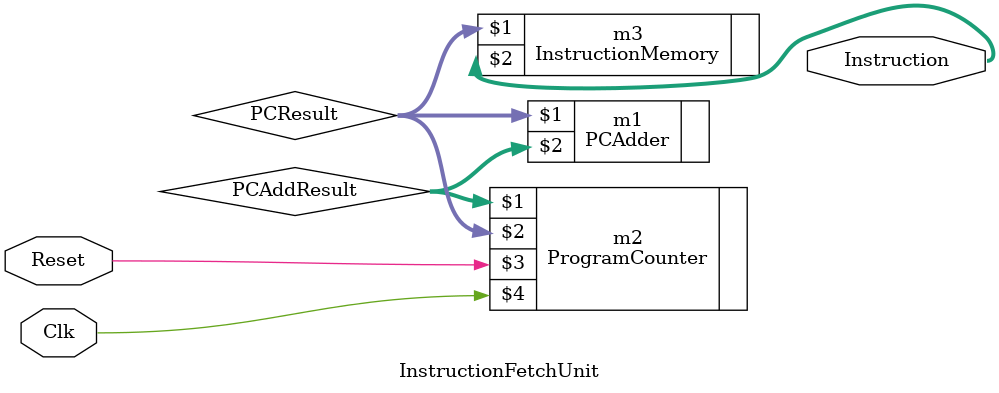
<source format=v>
`timescale 1ns / 1ps


module InstructionFetchUnit(Instruction, Reset, Clk);
    
    input Reset, Clk; // Inputs to ProgramCounter
    output [31:0] Instruction; // Output of InstructionMemory
    
    wire [31:0] PCAddResult; // Output by PCAdder and input to ProgramCounter
    wire [31:0] PCResult; // Output by ProgramCounter and input to PCAdder and InstructionMemory
    
    ProgramCounter m2(PCAddResult, PCResult, Reset, Clk);
    PCAdder m1(PCResult, PCAddResult);
    InstructionMemory m3(PCResult, Instruction);
    
endmodule


</source>
